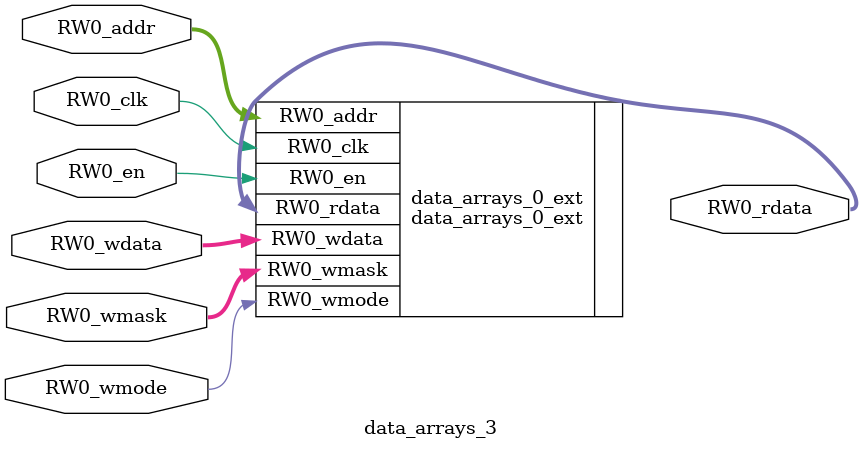
<source format=sv>
`ifndef RANDOMIZE
  `ifdef RANDOMIZE_REG_INIT
    `define RANDOMIZE
  `endif // RANDOMIZE_REG_INIT
`endif // not def RANDOMIZE
`ifndef RANDOMIZE
  `ifdef RANDOMIZE_MEM_INIT
    `define RANDOMIZE
  `endif // RANDOMIZE_MEM_INIT
`endif // not def RANDOMIZE

`ifndef RANDOM
  `define RANDOM $random
`endif // not def RANDOM

// Users can define 'PRINTF_COND' to add an extra gate to prints.
`ifndef PRINTF_COND_
  `ifdef PRINTF_COND
    `define PRINTF_COND_ (`PRINTF_COND)
  `else  // PRINTF_COND
    `define PRINTF_COND_ 1
  `endif // PRINTF_COND
`endif // not def PRINTF_COND_

// Users can define 'ASSERT_VERBOSE_COND' to add an extra gate to assert error printing.
`ifndef ASSERT_VERBOSE_COND_
  `ifdef ASSERT_VERBOSE_COND
    `define ASSERT_VERBOSE_COND_ (`ASSERT_VERBOSE_COND)
  `else  // ASSERT_VERBOSE_COND
    `define ASSERT_VERBOSE_COND_ 1
  `endif // ASSERT_VERBOSE_COND
`endif // not def ASSERT_VERBOSE_COND_

// Users can define 'STOP_COND' to add an extra gate to stop conditions.
`ifndef STOP_COND_
  `ifdef STOP_COND
    `define STOP_COND_ (`STOP_COND)
  `else  // STOP_COND
    `define STOP_COND_ 1
  `endif // STOP_COND
`endif // not def STOP_COND_

// Users can define INIT_RANDOM as general code that gets injected into the
// initializer block for modules with registers.
`ifndef INIT_RANDOM
  `define INIT_RANDOM
`endif // not def INIT_RANDOM

// If using random initialization, you can also define RANDOMIZE_DELAY to
// customize the delay used, otherwise 0.002 is used.
`ifndef RANDOMIZE_DELAY
  `define RANDOMIZE_DELAY 0.002
`endif // not def RANDOMIZE_DELAY

// Define INIT_RANDOM_PROLOG_ for use in our modules below.
`ifndef INIT_RANDOM_PROLOG_
  `ifdef RANDOMIZE
    `ifdef VERILATOR
      `define INIT_RANDOM_PROLOG_ `INIT_RANDOM
    `else  // VERILATOR
      `define INIT_RANDOM_PROLOG_ `INIT_RANDOM #`RANDOMIZE_DELAY begin end
    `endif // VERILATOR
  `else  // RANDOMIZE
    `define INIT_RANDOM_PROLOG_
  `endif // RANDOMIZE
`endif // not def INIT_RANDOM_PROLOG_

module data_arrays_3(	// @[DescribedSRAM.scala:17:26]
  input  [7:0]   RW0_addr,
  input          RW0_en,
                 RW0_clk,
                 RW0_wmode,
  input  [127:0] RW0_wdata,
  input  [3:0]   RW0_wmask,
  output [127:0] RW0_rdata
);

  data_arrays_0_ext data_arrays_0_ext (	// @[DescribedSRAM.scala:17:26]
    .RW0_addr  (RW0_addr),
    .RW0_en    (RW0_en),
    .RW0_clk   (RW0_clk),
    .RW0_wmode (RW0_wmode),
    .RW0_wdata (RW0_wdata),
    .RW0_wmask (RW0_wmask),
    .RW0_rdata (RW0_rdata)
  );
endmodule


</source>
